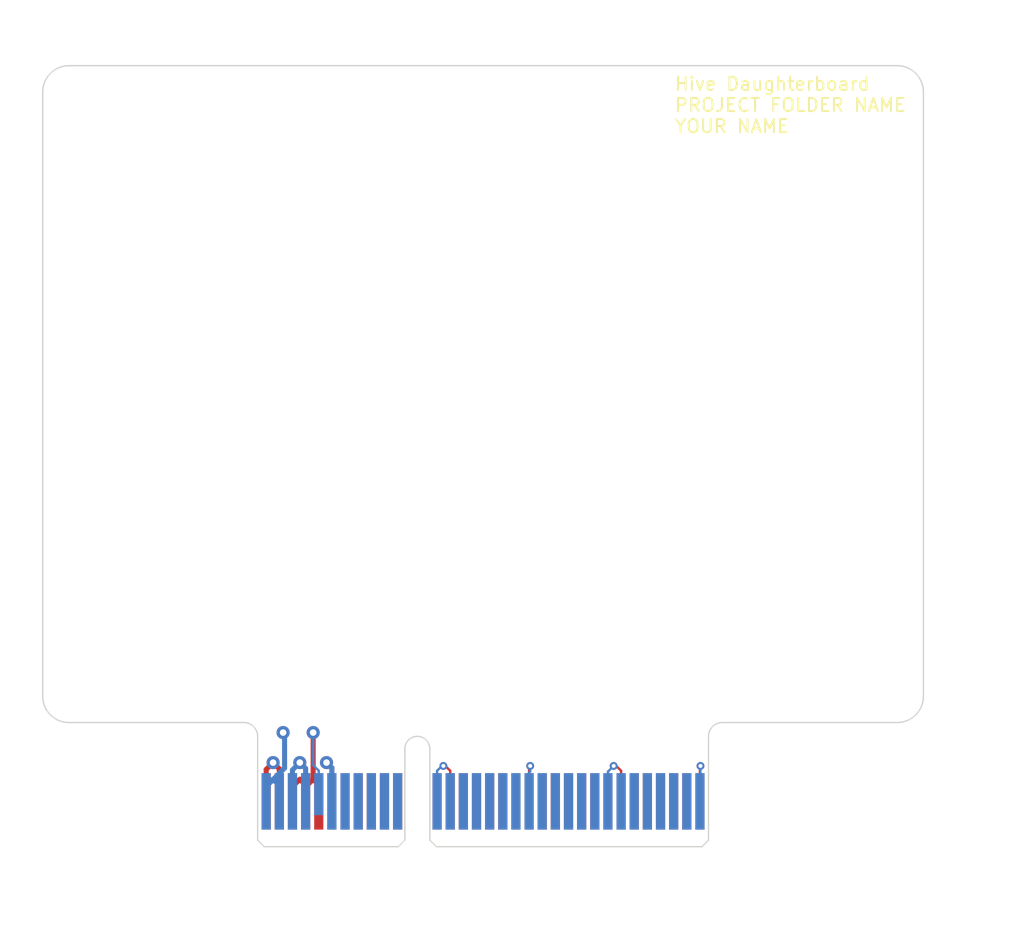
<source format=kicad_pcb>
(kicad_pcb (version 20171130) (host pcbnew "(5.1.5)-3")

  (general
    (thickness 1.6)
    (drawings 46)
    (tracks 62)
    (zones 0)
    (modules 1)
    (nets 48)
  )

  (page A4)
  (layers
    (0 F.Cu signal)
    (1 GND.Cu signal)
    (2 PWR_SIG.Cu signal)
    (31 B.Cu signal)
    (32 B.Adhes user)
    (33 F.Adhes user)
    (34 B.Paste user)
    (35 F.Paste user)
    (36 B.SilkS user)
    (37 F.SilkS user)
    (38 B.Mask user)
    (39 F.Mask user)
    (40 Dwgs.User user)
    (41 Cmts.User user)
    (42 Eco1.User user)
    (43 Eco2.User user)
    (44 Edge.Cuts user)
    (45 Margin user)
    (46 B.CrtYd user)
    (47 F.CrtYd user)
    (48 B.Fab user)
    (49 F.Fab user)
  )

  (setup
    (last_trace_width 0.25)
    (user_trace_width 0.18)
    (user_trace_width 0.386)
    (trace_clearance 0.2)
    (zone_clearance 0.25)
    (zone_45_only no)
    (trace_min 0.152)
    (via_size 0.8)
    (via_drill 0.3)
    (via_min_size 0.4)
    (via_min_drill 0.3)
    (user_via 0.6 0.3)
    (user_via 1 0.5)
    (uvia_size 0.4)
    (uvia_drill 0.3)
    (uvias_allowed no)
    (uvia_min_size 0.4)
    (uvia_min_drill 0.1)
    (edge_width 0.05)
    (segment_width 0.2)
    (pcb_text_width 0.3)
    (pcb_text_size 1.5 1.5)
    (mod_edge_width 0.12)
    (mod_text_size 1 1)
    (mod_text_width 0.15)
    (pad_size 1.524 1.524)
    (pad_drill 0.762)
    (pad_to_mask_clearance 0.051)
    (solder_mask_min_width 0.25)
    (aux_axis_origin 0 0)
    (grid_origin 115 127)
    (visible_elements 7FFFFFFF)
    (pcbplotparams
      (layerselection 0x010fc_ffffffff)
      (usegerberextensions false)
      (usegerberattributes false)
      (usegerberadvancedattributes false)
      (creategerberjobfile false)
      (excludeedgelayer true)
      (linewidth 0.100000)
      (plotframeref false)
      (viasonmask false)
      (mode 1)
      (useauxorigin false)
      (hpglpennumber 1)
      (hpglpenspeed 20)
      (hpglpendiameter 15.000000)
      (psnegative false)
      (psa4output false)
      (plotreference true)
      (plotvalue true)
      (plotinvisibletext false)
      (padsonsilk false)
      (subtractmaskfromsilk false)
      (outputformat 1)
      (mirror false)
      (drillshape 1)
      (scaleselection 1)
      (outputdirectory ""))
  )

  (net 0 "")
  (net 1 GND)
  (net 2 "/Target 2/UART_RxD2")
  (net 3 "/Target 2/UART_TxD2")
  (net 4 "/Target 2/GPIO2.3")
  (net 5 "/Target 2/GPIO2.2")
  (net 6 "/Target 2/GPIO2.1")
  (net 7 "/Target 2/GPIO2.0")
  (net 8 "/Target 2/TMS|SWDIO_2")
  (net 9 "/Target 2/TCK|SWDCLK_2")
  (net 10 "/Target 2/TDO|SWO_2")
  (net 11 "/Target 2/TDI|NC_2")
  (net 12 "/Target 2/RST_2")
  (net 13 "/Target 3/RST_3")
  (net 14 "/Target 3/TDI|NC_3")
  (net 15 "/Target 3/TDO|SWO_3")
  (net 16 "/Target 3/TCK|SWDCLK_3")
  (net 17 "/Target 3/TMS|SWDIO_3")
  (net 18 "/Target 3/GPIO3.0")
  (net 19 "/Target 3/GPIO3.1")
  (net 20 "/Target 3/GPIO3.2")
  (net 21 "/Target 3/GPIO3.3")
  (net 22 "/Target 3/UART_TxD3")
  (net 23 "/Target 3/UART_RxD3")
  (net 24 "/Target 1/GPIO1.2")
  (net 25 "/Target 1/GPIO1.1")
  (net 26 "/Target 1/TMS|SWDIO_1")
  (net 27 "/Target 1/TCK|SWDCLK_1")
  (net 28 "/Target 1/TDO|SWO_1")
  (net 29 "/Target 1/TDI|NC_1")
  (net 30 "/Target 1/RST_1")
  (net 31 "/Target 1/GPIO1.0")
  (net 32 "/Target 0/TCK|SWDCLK_0")
  (net 33 "/Target 0/TMS|SWDIO_0")
  (net 34 "/Target 0/GPIO0.1")
  (net 35 "/Target 0/GPIO0.2")
  (net 36 "/Target 0/GPIO0.3")
  (net 37 "/Target 0/UART_TxD0")
  (net 38 "/Target 0/UART_RxD0")
  (net 39 "/Target 0/GPIO0.0")
  (net 40 "/Target 0/TDO|SWO_0")
  (net 41 "/Target 0/TDI|NC_0")
  (net 42 "/Target 0/RST_0")
  (net 43 +3V3)
  (net 44 +5V)
  (net 45 "/Target 1/GPIO1.3")
  (net 46 "/Target 1/UART_TxD1")
  (net 47 "/Target 1/UART_RxD1")

  (net_class Default "This is the default net class."
    (clearance 0.2)
    (trace_width 0.25)
    (via_dia 0.8)
    (via_drill 0.3)
    (uvia_dia 0.4)
    (uvia_drill 0.3)
  )

  (net_class Power ""
    (clearance 0.3)
    (trace_width 0.386)
    (via_dia 1)
    (via_drill 0.5)
    (uvia_dia 0.4)
    (uvia_drill 0.3)
    (diff_pair_width 0.386)
    (diff_pair_gap 0.25)
  )

  (net_class Signal ""
    (clearance 0.18)
    (trace_width 0.18)
    (via_dia 0.6)
    (via_drill 0.3)
    (uvia_dia 0.4)
    (uvia_drill 0.3)
    (diff_pair_width 0.18)
    (diff_pair_gap 0.54)
    (add_net +3V3)
    (add_net +5V)
    (add_net "/Target 0/GPIO0.0")
    (add_net "/Target 0/GPIO0.1")
    (add_net "/Target 0/GPIO0.2")
    (add_net "/Target 0/GPIO0.3")
    (add_net "/Target 0/RST_0")
    (add_net "/Target 0/TCK|SWDCLK_0")
    (add_net "/Target 0/TDI|NC_0")
    (add_net "/Target 0/TDO|SWO_0")
    (add_net "/Target 0/TMS|SWDIO_0")
    (add_net "/Target 0/UART_RxD0")
    (add_net "/Target 0/UART_TxD0")
    (add_net "/Target 1/GPIO1.0")
    (add_net "/Target 1/GPIO1.1")
    (add_net "/Target 1/GPIO1.2")
    (add_net "/Target 1/GPIO1.3")
    (add_net "/Target 1/RST_1")
    (add_net "/Target 1/TCK|SWDCLK_1")
    (add_net "/Target 1/TDI|NC_1")
    (add_net "/Target 1/TDO|SWO_1")
    (add_net "/Target 1/TMS|SWDIO_1")
    (add_net "/Target 1/UART_RxD1")
    (add_net "/Target 1/UART_TxD1")
    (add_net "/Target 2/GPIO2.0")
    (add_net "/Target 2/GPIO2.1")
    (add_net "/Target 2/GPIO2.2")
    (add_net "/Target 2/GPIO2.3")
    (add_net "/Target 2/RST_2")
    (add_net "/Target 2/TCK|SWDCLK_2")
    (add_net "/Target 2/TDI|NC_2")
    (add_net "/Target 2/TDO|SWO_2")
    (add_net "/Target 2/TMS|SWDIO_2")
    (add_net "/Target 2/UART_RxD2")
    (add_net "/Target 2/UART_TxD2")
    (add_net "/Target 3/GPIO3.0")
    (add_net "/Target 3/GPIO3.1")
    (add_net "/Target 3/GPIO3.2")
    (add_net "/Target 3/GPIO3.3")
    (add_net "/Target 3/RST_3")
    (add_net "/Target 3/TCK|SWDCLK_3")
    (add_net "/Target 3/TDI|NC_3")
    (add_net "/Target 3/TDO|SWO_3")
    (add_net "/Target 3/TMS|SWDIO_3")
    (add_net "/Target 3/UART_RxD3")
    (add_net "/Target 3/UART_TxD3")
    (add_net GND)
  )

  (module hive:PCIexpress_x4_daughterboard (layer F.Cu) (tedit 6166E354) (tstamp 6165B82F)
    (at 132 133)
    (descr "Modified PCIexpress Bus Edge Connector x4")
    (tags PCIe)
    (path /61657129)
    (attr virtual)
    (fp_text reference J1 (at 5 -3.5) (layer F.SilkS) hide
      (effects (font (size 1 1) (thickness 0.15)))
    )
    (fp_text value PCIE-064-Daughterboard (at 16 7) (layer F.Fab)
      (effects (font (size 1 1) (thickness 0.15)))
    )
    (fp_line (start 10.55 2.95) (end 10.05 3.45) (layer B.Fab) (width 0.1))
    (fp_line (start -0.15 3.45) (end 10.05 3.45) (layer B.Fab) (width 0.1))
    (fp_line (start 12.95 3.45) (end 33.15 3.45) (layer B.Fab) (width 0.1))
    (fp_line (start 33.65 2.95) (end 33.15 3.45) (layer B.Fab) (width 0.1))
    (fp_line (start -0.65 2.95) (end -0.15 3.45) (layer B.Fab) (width 0.1))
    (fp_line (start 12.45 2.95) (end 12.95 3.45) (layer B.Fab) (width 0.1))
    (fp_line (start 12.45 -4) (end 12.45 2.95) (layer B.Fab) (width 0.1))
    (fp_line (start 10.55 -4) (end 10.55 2.95) (layer B.Fab) (width 0.1))
    (fp_line (start -0.65 -4.95) (end -0.65 2.95) (layer B.Fab) (width 0.1))
    (fp_line (start 33.65 -4.95) (end 33.65 2.95) (layer B.Fab) (width 0.1))
    (fp_arc (start 11.5 -4) (end 12.45 -4) (angle -180) (layer B.Fab) (width 0.1))
    (fp_line (start 10.55 2.95) (end 10.05 3.45) (layer F.Fab) (width 0.1))
    (fp_line (start -0.15 3.45) (end 10.05 3.45) (layer F.Fab) (width 0.1))
    (fp_line (start 12.95 3.45) (end 33.15 3.45) (layer F.Fab) (width 0.1))
    (fp_line (start 33.65 2.95) (end 33.15 3.45) (layer F.Fab) (width 0.1))
    (fp_line (start -0.65 2.95) (end -0.15 3.45) (layer F.Fab) (width 0.1))
    (fp_line (start 12.45 2.95) (end 12.95 3.45) (layer F.Fab) (width 0.1))
    (fp_line (start 12.45 -4) (end 12.45 2.95) (layer F.Fab) (width 0.1))
    (fp_line (start 10.55 -4) (end 10.55 2.95) (layer F.Fab) (width 0.1))
    (fp_line (start -0.65 -4.95) (end -0.65 2.95) (layer F.Fab) (width 0.1))
    (fp_line (start 33.65 -4.95) (end 33.65 2.95) (layer F.Fab) (width 0.1))
    (fp_arc (start 11.5 -4) (end 12.45 -4) (angle -180) (layer F.Fab) (width 0.1))
    (fp_arc (start 11.5 -4) (end 12.45 -4) (angle -180) (layer Edge.Cuts) (width 0.1))
    (fp_text user "PCB Thickness 1.6 mm" (at 5 2.8 180) (layer Cmts.User)
      (effects (font (size 0.5 0.5) (thickness 0.1)))
    )
    (fp_line (start 33.65 2.95) (end 33.15 3.45) (layer Edge.Cuts) (width 0.1))
    (fp_line (start 12.45 2.95) (end 12.95 3.45) (layer Edge.Cuts) (width 0.1))
    (fp_line (start 10.55 2.95) (end 10.05 3.45) (layer Edge.Cuts) (width 0.1))
    (fp_line (start -0.65 2.95) (end -0.15 3.45) (layer Edge.Cuts) (width 0.1))
    (fp_line (start 12.95 3.45) (end 33.15 3.45) (layer Edge.Cuts) (width 0.1))
    (fp_line (start 33.65 -4.95) (end 33.65 2.95) (layer Edge.Cuts) (width 0.1))
    (fp_line (start -0.15 3.45) (end 10.05 3.45) (layer Edge.Cuts) (width 0.1))
    (fp_line (start -0.65 -4.95) (end -0.65 2.95) (layer Edge.Cuts) (width 0.1))
    (fp_line (start 12.45 -4) (end 12.45 2.95) (layer Edge.Cuts) (width 0.1))
    (fp_line (start 10.55 -4) (end 10.55 2.95) (layer Edge.Cuts) (width 0.1))
    (fp_line (start 34.15 3.95) (end -1.15 3.95) (layer F.CrtYd) (width 0.05))
    (fp_line (start 34.15 3.95) (end 34.15 -5.45) (layer F.CrtYd) (width 0.05))
    (fp_line (start -1.15 -5.45) (end -1.15 3.95) (layer F.CrtYd) (width 0.05))
    (fp_line (start -1.15 -5.45) (end 34.15 -5.45) (layer F.CrtYd) (width 0.05))
    (fp_text user %R (at 16 5) (layer F.Fab)
      (effects (font (size 1 1) (thickness 0.15)))
    )
    (pad A13 connect rect (at 14 0) (size 0.7 4.3) (layers B.Cu B.Mask)
      (net 39 "/Target 0/GPIO0.0"))
    (pad A12 connect rect (at 13 0) (size 0.7 4.3) (layers B.Cu B.Mask)
      (net 1 GND))
    (pad A18 connect rect (at 19 0) (size 0.7 4.3) (layers B.Cu B.Mask)
      (net 38 "/Target 0/UART_RxD0"))
    (pad A17 connect rect (at 18 0) (size 0.7 4.3) (layers B.Cu B.Mask)
      (net 37 "/Target 0/UART_TxD0"))
    (pad A16 connect rect (at 17 0) (size 0.7 4.3) (layers B.Cu B.Mask)
      (net 36 "/Target 0/GPIO0.3"))
    (pad A15 connect rect (at 16 0) (size 0.7 4.3) (layers B.Cu B.Mask)
      (net 35 "/Target 0/GPIO0.2"))
    (pad A14 connect rect (at 15 0) (size 0.7 4.3) (layers B.Cu B.Mask)
      (net 34 "/Target 0/GPIO0.1"))
    (pad A11 connect rect (at 10 0) (size 0.7 4.3) (layers B.Cu B.Mask)
      (net 33 "/Target 0/TMS|SWDIO_0"))
    (pad A10 connect rect (at 9 0) (size 0.7 4.3) (layers B.Cu B.Mask)
      (net 32 "/Target 0/TCK|SWDCLK_0"))
    (pad A09 connect rect (at 8 0) (size 0.7 4.3) (layers B.Cu B.Mask)
      (net 40 "/Target 0/TDO|SWO_0"))
    (pad A08 connect rect (at 7 0) (size 0.7 4.3) (layers B.Cu B.Mask)
      (net 41 "/Target 0/TDI|NC_0"))
    (pad A07 connect rect (at 6 0) (size 0.7 4.3) (layers B.Cu B.Mask)
      (net 42 "/Target 0/RST_0"))
    (pad A06 connect rect (at 5 0) (size 0.7 4.3) (layers B.Cu B.Mask)
      (net 1 GND))
    (pad A05 connect rect (at 4 -0.55) (size 0.7 3.2) (layers B.Cu B.Mask)
      (net 43 +3V3))
    (pad A04 connect rect (at 3 0) (size 0.7 4.3) (layers B.Cu B.Mask)
      (net 1 GND))
    (pad A03 connect rect (at 2 0) (size 0.7 4.3) (layers B.Cu B.Mask)
      (net 1 GND))
    (pad A02 connect rect (at 1 0) (size 0.7 4.3) (layers B.Cu B.Mask)
      (net 44 +5V))
    (pad A01 connect rect (at 0 0) (size 0.7 4.3) (layers B.Cu B.Mask)
      (net 44 +5V))
    (pad B13 connect rect (at 14 0) (size 0.7 4.3) (layers F.Cu F.Mask)
      (net 1 GND))
    (pad B12 connect rect (at 13 0) (size 0.7 4.3) (layers F.Cu F.Mask)
      (net 31 "/Target 1/GPIO1.0"))
    (pad B18 connect rect (at 19 0) (size 0.7 4.3) (layers F.Cu F.Mask)
      (net 30 "/Target 1/RST_1"))
    (pad B17 connect rect (at 18 0) (size 0.7 4.3) (layers F.Cu F.Mask)
      (net 29 "/Target 1/TDI|NC_1"))
    (pad B16 connect rect (at 17 0) (size 0.7 4.3) (layers F.Cu F.Mask)
      (net 28 "/Target 1/TDO|SWO_1"))
    (pad B15 connect rect (at 16 0) (size 0.7 4.3) (layers F.Cu F.Mask)
      (net 27 "/Target 1/TCK|SWDCLK_1"))
    (pad B14 connect rect (at 15 0) (size 0.7 4.3) (layers F.Cu F.Mask)
      (net 26 "/Target 1/TMS|SWDIO_1"))
    (pad B11 connect rect (at 10 0) (size 0.7 4.3) (layers F.Cu F.Mask)
      (net 25 "/Target 1/GPIO1.1"))
    (pad B10 connect rect (at 9 0) (size 0.7 4.3) (layers F.Cu F.Mask)
      (net 24 "/Target 1/GPIO1.2"))
    (pad B09 connect rect (at 8 0) (size 0.7 4.3) (layers F.Cu F.Mask)
      (net 45 "/Target 1/GPIO1.3"))
    (pad B08 connect rect (at 7 0) (size 0.7 4.3) (layers F.Cu F.Mask)
      (net 46 "/Target 1/UART_TxD1"))
    (pad B07 connect rect (at 6 0) (size 0.7 4.3) (layers F.Cu F.Mask)
      (net 47 "/Target 1/UART_RxD1"))
    (pad B06 connect rect (at 5 0) (size 0.7 4.3) (layers F.Cu F.Mask)
      (net 1 GND))
    (pad B05 connect rect (at 4 0) (size 0.7 4.3) (layers F.Cu F.Mask)
      (net 43 +3V3))
    (pad B04 connect rect (at 3 0) (size 0.7 4.3) (layers F.Cu F.Mask)
      (net 43 +3V3))
    (pad B03 connect rect (at 2 0) (size 0.7 4.3) (layers F.Cu F.Mask)
      (net 43 +3V3))
    (pad B02 connect rect (at 1 0) (size 0.7 4.3) (layers F.Cu F.Mask)
      (net 1 GND))
    (pad B01 connect rect (at 0 0) (size 0.7 4.3) (layers F.Cu F.Mask)
      (net 1 GND))
    (pad B19 connect rect (at 20 0) (size 0.7 4.3) (layers F.Cu F.Mask)
      (net 1 GND))
    (pad B20 connect rect (at 21 0) (size 0.7 4.3) (layers F.Cu F.Mask)
      (net 23 "/Target 3/UART_RxD3"))
    (pad B21 connect rect (at 22 0) (size 0.7 4.3) (layers F.Cu F.Mask)
      (net 22 "/Target 3/UART_TxD3"))
    (pad B22 connect rect (at 23 0) (size 0.7 4.3) (layers F.Cu F.Mask)
      (net 21 "/Target 3/GPIO3.3"))
    (pad B23 connect rect (at 24 0) (size 0.7 4.3) (layers F.Cu F.Mask)
      (net 20 "/Target 3/GPIO3.2"))
    (pad B24 connect rect (at 25 0) (size 0.7 4.3) (layers F.Cu F.Mask)
      (net 19 "/Target 3/GPIO3.1"))
    (pad B25 connect rect (at 26 0) (size 0.7 4.3) (layers F.Cu F.Mask)
      (net 18 "/Target 3/GPIO3.0"))
    (pad B26 connect rect (at 27 0) (size 0.7 4.3) (layers F.Cu F.Mask)
      (net 1 GND))
    (pad B27 connect rect (at 28 0) (size 0.7 4.3) (layers F.Cu F.Mask)
      (net 17 "/Target 3/TMS|SWDIO_3"))
    (pad B28 connect rect (at 29 0) (size 0.7 4.3) (layers F.Cu F.Mask)
      (net 16 "/Target 3/TCK|SWDCLK_3"))
    (pad B29 connect rect (at 30 0) (size 0.7 4.3) (layers F.Cu F.Mask)
      (net 15 "/Target 3/TDO|SWO_3"))
    (pad B30 connect rect (at 31 0) (size 0.7 4.3) (layers F.Cu F.Mask)
      (net 14 "/Target 3/TDI|NC_3"))
    (pad B31 connect rect (at 32 0) (size 0.7 4.3) (layers F.Cu F.Mask)
      (net 13 "/Target 3/RST_3"))
    (pad B32 connect rect (at 33 0) (size 0.7 4.3) (layers F.Cu F.Mask)
      (net 1 GND))
    (pad A19 connect rect (at 20 0) (size 0.7 4.3) (layers B.Cu B.Mask)
      (net 1 GND))
    (pad A20 connect rect (at 21 0) (size 0.7 4.3) (layers B.Cu B.Mask)
      (net 12 "/Target 2/RST_2"))
    (pad A21 connect rect (at 22 0) (size 0.7 4.3) (layers B.Cu B.Mask)
      (net 11 "/Target 2/TDI|NC_2"))
    (pad A22 connect rect (at 23 0) (size 0.7 4.3) (layers B.Cu B.Mask)
      (net 10 "/Target 2/TDO|SWO_2"))
    (pad A23 connect rect (at 24 0) (size 0.7 4.3) (layers B.Cu B.Mask)
      (net 9 "/Target 2/TCK|SWDCLK_2"))
    (pad A24 connect rect (at 25 0) (size 0.7 4.3) (layers B.Cu B.Mask)
      (net 8 "/Target 2/TMS|SWDIO_2"))
    (pad A25 connect rect (at 26 0) (size 0.7 4.3) (layers B.Cu B.Mask)
      (net 1 GND))
    (pad A26 connect rect (at 27 0) (size 0.7 4.3) (layers B.Cu B.Mask)
      (net 7 "/Target 2/GPIO2.0"))
    (pad A27 connect rect (at 28 0) (size 0.7 4.3) (layers B.Cu B.Mask)
      (net 6 "/Target 2/GPIO2.1"))
    (pad A28 connect rect (at 29 0) (size 0.7 4.3) (layers B.Cu B.Mask)
      (net 5 "/Target 2/GPIO2.2"))
    (pad A29 connect rect (at 30 0) (size 0.7 4.3) (layers B.Cu B.Mask)
      (net 4 "/Target 2/GPIO2.3"))
    (pad A30 connect rect (at 31 0) (size 0.7 4.3) (layers B.Cu B.Mask)
      (net 3 "/Target 2/UART_TxD2"))
    (pad A31 connect rect (at 32 0) (size 0.7 4.3) (layers B.Cu B.Mask)
      (net 2 "/Target 2/UART_RxD2"))
    (pad A32 connect rect (at 33 0) (size 0.7 4.3) (layers B.Cu B.Mask)
      (net 1 GND))
  )

  (dimension 16.35 (width 0.15) (layer F.Fab)
    (gr_text "16.350 mm" (at 123.175 131.6) (layer F.Fab)
      (effects (font (size 1 1) (thickness 0.15)))
    )
    (feature1 (pts (xy 115 128) (xy 115 130.886421)))
    (feature2 (pts (xy 131.35 128) (xy 131.35 130.886421)))
    (crossbar (pts (xy 131.35 130.3) (xy 115 130.3)))
    (arrow1a (pts (xy 115 130.3) (xy 116.126504 129.713579)))
    (arrow1b (pts (xy 115 130.3) (xy 116.126504 130.886421)))
    (arrow2a (pts (xy 131.35 130.3) (xy 130.223496 129.713579)))
    (arrow2b (pts (xy 131.35 130.3) (xy 130.223496 130.886421)))
  )
  (dimension 16.35 (width 0.15) (layer F.Fab)
    (gr_text "16.350 mm" (at 173.825 131.6) (layer F.Fab)
      (effects (font (size 1 1) (thickness 0.15)))
    )
    (feature1 (pts (xy 182 128) (xy 182 130.886421)))
    (feature2 (pts (xy 165.65 128) (xy 165.65 130.886421)))
    (crossbar (pts (xy 165.65 130.3) (xy 182 130.3)))
    (arrow1a (pts (xy 182 130.3) (xy 180.873496 130.886421)))
    (arrow1b (pts (xy 182 130.3) (xy 180.873496 129.713579)))
    (arrow2a (pts (xy 165.65 130.3) (xy 166.776504 130.886421)))
    (arrow2b (pts (xy 165.65 130.3) (xy 166.776504 129.713579)))
  )
  (dimension 67 (width 0.15) (layer F.Fab)
    (gr_text "67.000 mm" (at 148.5 72.700001) (layer F.Fab)
      (effects (font (size 1 1) (thickness 0.15)))
    )
    (feature1 (pts (xy 115 79) (xy 115 73.41358)))
    (feature2 (pts (xy 182 79) (xy 182 73.41358)))
    (crossbar (pts (xy 182 74.000001) (xy 115 74.000001)))
    (arrow1a (pts (xy 115 74.000001) (xy 116.126504 73.41358)))
    (arrow1b (pts (xy 115 74.000001) (xy 116.126504 74.586422)))
    (arrow2a (pts (xy 182 74.000001) (xy 180.873496 73.41358)))
    (arrow2b (pts (xy 182 74.000001) (xy 180.873496 74.586422)))
  )
  (dimension 50 (width 0.15) (layer F.Fab)
    (gr_text "50.000 mm" (at 188.3 102 90) (layer F.Fab)
      (effects (font (size 1 1) (thickness 0.15)))
    )
    (feature1 (pts (xy 180 77) (xy 187.586421 77)))
    (feature2 (pts (xy 180 127) (xy 187.586421 127)))
    (crossbar (pts (xy 187 127) (xy 187 77)))
    (arrow1a (pts (xy 187 77) (xy 187.586421 78.126504)))
    (arrow1b (pts (xy 187 77) (xy 186.413579 78.126504)))
    (arrow2a (pts (xy 187 127) (xy 187.586421 125.873496)))
    (arrow2b (pts (xy 187 127) (xy 186.413579 125.873496)))
  )
  (dimension 9.4 (width 0.15) (layer F.Fab)
    (gr_text "9.400 mm" (at 160.4 131.75 90) (layer F.Fab)
      (effects (font (size 1 1) (thickness 0.15)))
    )
    (feature1 (pts (xy 165 127.05) (xy 162.113579 127.05)))
    (feature2 (pts (xy 165 136.45) (xy 162.113579 136.45)))
    (crossbar (pts (xy 162.7 136.45) (xy 162.7 127.05)))
    (arrow1a (pts (xy 162.7 127.05) (xy 163.286421 128.176504)))
    (arrow1b (pts (xy 162.7 127.05) (xy 162.113579 128.176504)))
    (arrow2a (pts (xy 162.7 136.45) (xy 163.286421 135.323496)))
    (arrow2b (pts (xy 162.7 136.45) (xy 162.113579 135.323496)))
  )
  (gr_line (start 182 125) (end 182 79) (layer B.Fab) (width 0.1) (tstamp 616720B6))
  (gr_arc (start 117 125) (end 115 125) (angle -90) (layer B.Fab) (width 0.1) (tstamp 616720B5))
  (gr_arc (start 180 125) (end 180 127) (angle -90) (layer B.Fab) (width 0.1) (tstamp 616720B4))
  (gr_line (start 130.3 127) (end 117 127) (layer B.Fab) (width 0.1) (tstamp 616720B3))
  (gr_line (start 166.7 127) (end 180 127) (layer B.Fab) (width 0.1) (tstamp 616720B2))
  (gr_arc (start 117 79) (end 117 77) (angle -90) (layer B.Fab) (width 0.1) (tstamp 616720B1))
  (gr_line (start 117 77) (end 180 77) (layer B.Fab) (width 0.1) (tstamp 616720B0))
  (gr_arc (start 166.7 128.05) (end 166.7 127) (angle -90) (layer B.Fab) (width 0.1) (tstamp 616720AF))
  (gr_arc (start 180 79) (end 182 79) (angle -90) (layer B.Fab) (width 0.1) (tstamp 616720AE))
  (gr_line (start 115 125) (end 115 79) (layer B.Fab) (width 0.1) (tstamp 616720AD))
  (gr_arc (start 130.3 128.05) (end 131.35 128.05) (angle -90) (layer B.Fab) (width 0.1) (tstamp 616720AC))
  (gr_line (start 182 125) (end 182 79) (layer F.Fab) (width 0.1) (tstamp 616720B6))
  (gr_arc (start 117 125) (end 115 125) (angle -90) (layer F.Fab) (width 0.1) (tstamp 616720B5))
  (gr_arc (start 180 125) (end 180 127) (angle -90) (layer F.Fab) (width 0.1) (tstamp 616720B4))
  (gr_line (start 130.3 127) (end 117 127) (layer F.Fab) (width 0.1) (tstamp 616720B3))
  (gr_line (start 166.7 127) (end 180 127) (layer F.Fab) (width 0.1) (tstamp 616720B2))
  (gr_arc (start 117 79) (end 117 77) (angle -90) (layer F.Fab) (width 0.1) (tstamp 616720B1))
  (gr_line (start 117 77) (end 180 77) (layer F.Fab) (width 0.1) (tstamp 616720B0))
  (gr_arc (start 166.7 128.05) (end 166.7 127) (angle -90) (layer F.Fab) (width 0.1) (tstamp 616720AF))
  (gr_arc (start 180 79) (end 182 79) (angle -90) (layer F.Fab) (width 0.1) (tstamp 616720AE))
  (gr_line (start 115 125) (end 115 79) (layer F.Fab) (width 0.1) (tstamp 616720AD))
  (gr_arc (start 130.3 128.05) (end 131.35 128.05) (angle -90) (layer F.Fab) (width 0.1) (tstamp 616720AC))
  (gr_text "Hive Daughterboard\nPROJECT FOLDER NAME\nYOUR NAME" (at 163 80) (layer F.SilkS) (tstamp 6166DFD4)
    (effects (font (size 1 1) (thickness 0.15)) (justify left))
  )
  (gr_line (start 112 128) (end 112 107) (layer Cmts.User) (width 0.5) (tstamp 61672087))
  (gr_line (start 185 107) (end 185 128) (layer Cmts.User) (width 0.5) (tstamp 61672086))
  (gr_text "Outlined zone has a height clearance of max. 3mm on B.Cu Layer\nand max. 8mm on F.Cu layer" (at 149 115) (layer Cmts.User) (tstamp 6167207D)
    (effects (font (size 1 1) (thickness 0.15)))
  )
  (gr_line (start 112 107) (end 185 107) (layer Cmts.User) (width 0.5))
  (gr_line (start 185 128) (end 112 128) (layer Cmts.User) (width 0.5))
  (gr_text "Do not place any components inside the filled zone!\nZone will be obscured by PCI connection" (at 148 141) (layer Cmts.User)
    (effects (font (size 1 1) (thickness 0.15)))
  )
  (gr_poly (pts (xy 167 138) (xy 130 138) (xy 130 126) (xy 167 126)) (layer Cmts.User) (width 0.1))
  (gr_line (start 117 77) (end 180 77) (layer Edge.Cuts) (width 0.1) (tstamp 61671C1C))
  (gr_arc (start 180 79) (end 182 79) (angle -90) (layer Edge.Cuts) (width 0.1) (tstamp 61671C13))
  (gr_line (start 182 125) (end 182 79) (layer Edge.Cuts) (width 0.1) (tstamp 61671C12))
  (gr_arc (start 117 79) (end 117 77) (angle -90) (layer Edge.Cuts) (width 0.1) (tstamp 61671C0C))
  (gr_line (start 115 125) (end 115 79) (layer Edge.Cuts) (width 0.1))
  (gr_line (start 166.7 127) (end 180 127) (layer Edge.Cuts) (width 0.1) (tstamp 61671C01))
  (gr_line (start 130.3 127) (end 117 127) (layer Edge.Cuts) (width 0.1) (tstamp 61671BFE))
  (gr_arc (start 180 125) (end 180 127) (angle -90) (layer Edge.Cuts) (width 0.1) (tstamp 61671BEC))
  (gr_arc (start 117 125) (end 115 125) (angle -90) (layer Edge.Cuts) (width 0.1))
  (gr_arc (start 166.7 128.05) (end 166.7 127) (angle -90) (layer Edge.Cuts) (width 0.1) (tstamp 61671BD9))
  (gr_arc (start 130.3 128.05) (end 131.35 128.05) (angle -90) (layer Edge.Cuts) (width 0.1))

  (via (at 132.526 130.048) (size 1) (drill 0.5) (layers F.Cu B.Cu) (net 1))
  (segment (start 132 133) (end 132 130.574) (width 0.386) (layer F.Cu) (net 1))
  (segment (start 132 130.574) (end 132.526 130.048) (width 0.386) (layer F.Cu) (net 1))
  (segment (start 133 130.522) (end 132.526 130.048) (width 0.386) (layer F.Cu) (net 1))
  (segment (start 133 133) (end 133 130.522) (width 0.386) (layer F.Cu) (net 1))
  (segment (start 137 133) (end 137 130.458) (width 0.386) (layer F.Cu) (net 1))
  (via (at 136.59 130.048) (size 1) (drill 0.5) (layers F.Cu B.Cu) (net 1))
  (segment (start 137 130.458) (end 136.59 130.048) (width 0.386) (layer F.Cu) (net 1))
  (via (at 134.558 130.048) (size 1) (drill 0.5) (layers F.Cu B.Cu) (net 1))
  (segment (start 134 133) (end 134 130.606) (width 0.386) (layer B.Cu) (net 1))
  (segment (start 134 130.606) (end 134.558 130.048) (width 0.386) (layer B.Cu) (net 1))
  (segment (start 135 130.49) (end 134.558 130.048) (width 0.386) (layer B.Cu) (net 1))
  (segment (start 135 133) (end 135 130.49) (width 0.386) (layer B.Cu) (net 1))
  (via (at 145.479986 130.302) (size 0.6) (drill 0.3) (layers F.Cu B.Cu) (net 1))
  (segment (start 146 130.67) (end 145.632 130.302) (width 0.18) (layer F.Cu) (net 1))
  (segment (start 145.632 130.302) (end 145.479986 130.302) (width 0.18) (layer F.Cu) (net 1))
  (segment (start 146 133) (end 146 130.67) (width 0.18) (layer F.Cu) (net 1))
  (segment (start 145.368 130.302) (end 145.479986 130.302) (width 0.18) (layer B.Cu) (net 1))
  (segment (start 145 130.67) (end 145.368 130.302) (width 0.18) (layer B.Cu) (net 1))
  (segment (start 145 133) (end 145 130.67) (width 0.18) (layer B.Cu) (net 1))
  (via (at 152.084 130.302) (size 0.6) (drill 0.3) (layers F.Cu B.Cu) (net 1))
  (segment (start 152 133) (end 152 130.386) (width 0.18) (layer F.Cu) (net 1))
  (segment (start 152 130.386) (end 152.084 130.302) (width 0.18) (layer F.Cu) (net 1))
  (segment (start 152 130.810264) (end 152 133) (width 0.18) (layer B.Cu) (net 1))
  (segment (start 152.084 130.726264) (end 152 130.810264) (width 0.18) (layer B.Cu) (net 1))
  (segment (start 152.084 130.302) (end 152.084 130.726264) (width 0.18) (layer B.Cu) (net 1))
  (via (at 158.434 130.302) (size 0.6) (drill 0.3) (layers F.Cu B.Cu) (net 1))
  (segment (start 158.632 130.302) (end 158.434 130.302) (width 0.18) (layer F.Cu) (net 1))
  (segment (start 159 133) (end 159 130.67) (width 0.18) (layer F.Cu) (net 1))
  (segment (start 159 130.67) (end 158.632 130.302) (width 0.18) (layer F.Cu) (net 1))
  (segment (start 158 130.736) (end 158 133) (width 0.18) (layer B.Cu) (net 1))
  (segment (start 158.434 130.302) (end 158 130.736) (width 0.18) (layer B.Cu) (net 1))
  (via (at 165.038 130.302) (size 0.6) (drill 0.3) (layers F.Cu B.Cu) (net 1))
  (segment (start 165 133) (end 165 130.34) (width 0.18) (layer F.Cu) (net 1))
  (segment (start 165 130.34) (end 165.038 130.302) (width 0.18) (layer F.Cu) (net 1))
  (segment (start 165.038 132.962) (end 165 133) (width 0.18) (layer B.Cu) (net 1))
  (segment (start 165.038 130.302) (end 165.038 132.962) (width 0.18) (layer B.Cu) (net 1))
  (segment (start 137 130.458) (end 136.59 130.048) (width 0.386) (layer B.Cu) (net 1))
  (segment (start 137 133) (end 137 130.458) (width 0.386) (layer B.Cu) (net 1))
  (segment (start 134 133) (end 134 131.876) (width 0.386) (layer F.Cu) (net 43))
  (segment (start 134 131.876) (end 134.558 131.318) (width 0.386) (layer F.Cu) (net 43))
  (segment (start 135 131.76) (end 135 133) (width 0.386) (layer F.Cu) (net 43))
  (segment (start 134.558 131.318) (end 135 131.76) (width 0.386) (layer F.Cu) (net 43))
  (segment (start 136 133) (end 136 131.744) (width 0.386) (layer F.Cu) (net 43))
  (segment (start 136 131.744) (end 135.574 131.318) (width 0.386) (layer F.Cu) (net 43))
  (segment (start 135 131.892) (end 135 133) (width 0.386) (layer F.Cu) (net 43))
  (segment (start 135.574 131.318) (end 135 131.892) (width 0.386) (layer F.Cu) (net 43))
  (via (at 135.574 127.761976) (size 1) (drill 0.5) (layers F.Cu B.Cu) (net 43))
  (segment (start 135.574 131.318) (end 135.574 127.761976) (width 0.386) (layer F.Cu) (net 43))
  (segment (start 135.574 128.469082) (end 135.574 127.761976) (width 0.18) (layer B.Cu) (net 43))
  (segment (start 135.574 130.244) (end 135.574 128.469082) (width 0.18) (layer B.Cu) (net 43))
  (segment (start 136 130.67) (end 135.574 130.244) (width 0.18) (layer B.Cu) (net 43))
  (segment (start 136 132.45) (end 136 130.67) (width 0.18) (layer B.Cu) (net 43))
  (segment (start 132 133) (end 132 131.844) (width 0.386) (layer B.Cu) (net 44))
  (segment (start 132 131.844) (end 132.526 131.318) (width 0.386) (layer B.Cu) (net 44))
  (segment (start 133 131.792) (end 133 133) (width 0.386) (layer B.Cu) (net 44))
  (segment (start 132.526 131.318) (end 133 131.792) (width 0.386) (layer B.Cu) (net 44))
  (segment (start 133.399001 130.467041) (end 133.399001 127.873001) (width 0.386) (layer B.Cu) (net 44))
  (segment (start 133.399001 127.873001) (end 133.288 127.762) (width 0.386) (layer B.Cu) (net 44))
  (segment (start 132 133) (end 132 131.866042) (width 0.386) (layer B.Cu) (net 44))
  (via (at 133.288 127.762) (size 1) (drill 0.5) (layers F.Cu B.Cu) (net 44))
  (segment (start 132 131.866042) (end 133.399001 130.467041) (width 0.386) (layer B.Cu) (net 44))

  (zone (net 1) (net_name GND) (layer GND.Cu) (tstamp 61673540) (hatch edge 0.508)
    (connect_pads (clearance 0.2))
    (min_thickness 0.18)
    (fill yes (arc_segments 32) (thermal_gap 0.508) (thermal_bridge_width 0.508))
    (polygon
      (pts
        (xy 183 138) (xy 114 138) (xy 114 76) (xy 183 76)
      )
    )
    (filled_polygon
      (pts
        (xy 180.322109 77.373213) (xy 180.631957 77.466762) (xy 180.917728 77.61871) (xy 181.168543 77.823269) (xy 181.374848 78.072648)
        (xy 181.528789 78.357356) (xy 181.624498 78.666541) (xy 181.660001 79.004328) (xy 181.66 124.983374) (xy 181.626786 125.32211)
        (xy 181.533238 125.631959) (xy 181.38129 125.917728) (xy 181.176731 126.168543) (xy 180.927349 126.37485) (xy 180.642644 126.528789)
        (xy 180.333457 126.624498) (xy 179.995682 126.66) (xy 166.683299 126.66) (xy 166.668369 126.661471) (xy 166.661856 126.661425)
        (xy 166.657132 126.661888) (xy 166.453329 126.683308) (xy 166.423145 126.689504) (xy 166.392871 126.695279) (xy 166.388327 126.696651)
        (xy 166.192568 126.75725) (xy 166.164195 126.769177) (xy 166.135589 126.780734) (xy 166.131397 126.782963) (xy 165.951135 126.88043)
        (xy 165.925584 126.897664) (xy 165.899801 126.914536) (xy 165.89613 126.917531) (xy 165.896123 126.917536) (xy 165.896117 126.917542)
        (xy 165.738227 127.04816) (xy 165.716492 127.070047) (xy 165.694495 127.091587) (xy 165.691475 127.095238) (xy 165.691469 127.095244)
        (xy 165.691465 127.095251) (xy 165.561952 127.254049) (xy 165.544884 127.279738) (xy 165.527489 127.305143) (xy 165.525231 127.309318)
        (xy 165.429025 127.490256) (xy 165.41728 127.51875) (xy 165.405142 127.54707) (xy 165.403738 127.551605) (xy 165.344509 127.747783)
        (xy 165.338522 127.778017) (xy 165.332116 127.808155) (xy 165.331621 127.812863) (xy 165.331619 127.812875) (xy 165.331619 127.812886)
        (xy 165.311623 128.016822) (xy 165.31 128.0333) (xy 165.310001 135.809167) (xy 165.009169 136.11) (xy 145.090832 136.11)
        (xy 144.79 135.809169) (xy 144.79 128.983299) (xy 144.788284 128.965877) (xy 144.788284 128.953558) (xy 144.787788 128.948836)
        (xy 144.767121 128.764585) (xy 144.760709 128.734418) (xy 144.754729 128.704215) (xy 144.753325 128.69968) (xy 144.753325 128.699678)
        (xy 144.753323 128.699672) (xy 144.697264 128.52295) (xy 144.685131 128.494641) (xy 144.673381 128.466134) (xy 144.671123 128.461959)
        (xy 144.581802 128.299485) (xy 144.56438 128.274041) (xy 144.547338 128.24839) (xy 144.544312 128.244732) (xy 144.425134 128.102702)
        (xy 144.403107 128.081131) (xy 144.381404 128.059276) (xy 144.377731 128.056281) (xy 144.377725 128.056275) (xy 144.377718 128.056271)
        (xy 144.23323 127.940099) (xy 144.207426 127.923213) (xy 144.181898 127.905994) (xy 144.177714 127.903769) (xy 144.177706 127.903764)
        (xy 144.177698 127.903761) (xy 144.013397 127.817866) (xy 143.984822 127.806321) (xy 143.956416 127.79438) (xy 143.951875 127.793009)
        (xy 143.951869 127.793007) (xy 143.774008 127.74066) (xy 143.743731 127.734884) (xy 143.713552 127.728689) (xy 143.708827 127.728226)
        (xy 143.524183 127.711422) (xy 143.493334 127.711637) (xy 143.462552 127.711422) (xy 143.457838 127.711885) (xy 143.457828 127.711885)
        (xy 143.457819 127.711887) (xy 143.273435 127.731267) (xy 143.243241 127.737465) (xy 143.212981 127.743237) (xy 143.208443 127.744607)
        (xy 143.208434 127.744609) (xy 143.208426 127.744613) (xy 143.03132 127.799435) (xy 143.002902 127.811381) (xy 142.974339 127.822921)
        (xy 142.970148 127.825149) (xy 142.807055 127.913333) (xy 142.781493 127.930575) (xy 142.755721 127.94744) (xy 142.752042 127.95044)
        (xy 142.609183 128.068624) (xy 142.587463 128.090496) (xy 142.565453 128.11205) (xy 142.562427 128.115708) (xy 142.445244 128.259388)
        (xy 142.428188 128.285059) (xy 142.410781 128.310481) (xy 142.408523 128.314657) (xy 142.321479 128.478362) (xy 142.309729 128.506869)
        (xy 142.297596 128.535178) (xy 142.296193 128.539709) (xy 142.296193 128.539711) (xy 142.296192 128.539713) (xy 142.242604 128.717207)
        (xy 142.236609 128.747481) (xy 142.230212 128.777577) (xy 142.229717 128.782292) (xy 142.229715 128.7823) (xy 142.229715 128.782308)
        (xy 142.211676 128.96628) (xy 142.21 128.9833) (xy 142.210001 135.809167) (xy 141.909169 136.11) (xy 131.990832 136.11)
        (xy 131.69 135.809169) (xy 131.69 128.033299) (xy 131.688529 128.018369) (xy 131.688575 128.011856) (xy 131.688112 128.007132)
        (xy 131.666692 127.803329) (xy 131.660496 127.773145) (xy 131.654721 127.742871) (xy 131.653349 127.738327) (xy 131.636592 127.684192)
        (xy 132.498 127.684192) (xy 132.498 127.839808) (xy 132.52836 127.992434) (xy 132.587911 128.136205) (xy 132.674367 128.265595)
        (xy 132.784405 128.375633) (xy 132.913795 128.462089) (xy 133.057566 128.52164) (xy 133.210192 128.552) (xy 133.365808 128.552)
        (xy 133.518434 128.52164) (xy 133.662205 128.462089) (xy 133.791595 128.375633) (xy 133.901633 128.265595) (xy 133.988089 128.136205)
        (xy 134.04764 127.992434) (xy 134.078 127.839808) (xy 134.078 127.684192) (xy 134.077996 127.684168) (xy 134.784 127.684168)
        (xy 134.784 127.839784) (xy 134.81436 127.99241) (xy 134.873911 128.136181) (xy 134.960367 128.265571) (xy 135.070405 128.375609)
        (xy 135.199795 128.462065) (xy 135.343566 128.521616) (xy 135.496192 128.551976) (xy 135.651808 128.551976) (xy 135.804434 128.521616)
        (xy 135.948205 128.462065) (xy 136.077595 128.375609) (xy 136.187633 128.265571) (xy 136.274089 128.136181) (xy 136.33364 127.99241)
        (xy 136.364 127.839784) (xy 136.364 127.684168) (xy 136.33364 127.531542) (xy 136.274089 127.387771) (xy 136.187633 127.258381)
        (xy 136.077595 127.148343) (xy 135.948205 127.061887) (xy 135.804434 127.002336) (xy 135.651808 126.971976) (xy 135.496192 126.971976)
        (xy 135.343566 127.002336) (xy 135.199795 127.061887) (xy 135.070405 127.148343) (xy 134.960367 127.258381) (xy 134.873911 127.387771)
        (xy 134.81436 127.531542) (xy 134.784 127.684168) (xy 134.077996 127.684168) (xy 134.04764 127.531566) (xy 133.988089 127.387795)
        (xy 133.901633 127.258405) (xy 133.791595 127.148367) (xy 133.662205 127.061911) (xy 133.518434 127.00236) (xy 133.365808 126.972)
        (xy 133.210192 126.972) (xy 133.057566 127.00236) (xy 132.913795 127.061911) (xy 132.784405 127.148367) (xy 132.674367 127.258405)
        (xy 132.587911 127.387795) (xy 132.52836 127.531566) (xy 132.498 127.684192) (xy 131.636592 127.684192) (xy 131.59275 127.542568)
        (xy 131.580823 127.514195) (xy 131.569266 127.485589) (xy 131.567037 127.481397) (xy 131.46957 127.301135) (xy 131.452336 127.275584)
        (xy 131.435464 127.249801) (xy 131.432469 127.24613) (xy 131.432464 127.246123) (xy 131.432458 127.246117) (xy 131.30184 127.088227)
        (xy 131.279953 127.066492) (xy 131.258413 127.044495) (xy 131.254762 127.041475) (xy 131.254756 127.041469) (xy 131.254749 127.041465)
        (xy 131.095951 126.911952) (xy 131.070262 126.894884) (xy 131.044857 126.877489) (xy 131.040685 126.875232) (xy 131.040677 126.875228)
        (xy 130.859744 126.779025) (xy 130.83125 126.76728) (xy 130.80293 126.755142) (xy 130.798395 126.753738) (xy 130.602217 126.694509)
        (xy 130.571983 126.688522) (xy 130.541845 126.682116) (xy 130.537137 126.681621) (xy 130.537125 126.681619) (xy 130.537114 126.681619)
        (xy 130.333341 126.661639) (xy 130.316701 126.66) (xy 117.016626 126.66) (xy 116.67789 126.626786) (xy 116.368041 126.533238)
        (xy 116.082272 126.38129) (xy 115.831457 126.176731) (xy 115.62515 125.927349) (xy 115.471211 125.642644) (xy 115.375502 125.333457)
        (xy 115.34 124.995682) (xy 115.34 79.016625) (xy 115.373213 78.677891) (xy 115.466762 78.368043) (xy 115.61871 78.082272)
        (xy 115.823269 77.831457) (xy 116.072648 77.625152) (xy 116.357356 77.471211) (xy 116.666541 77.375502) (xy 117.004318 77.34)
        (xy 179.983375 77.34)
      )
    )
  )
  (zone (net 43) (net_name +3V3) (layer PWR_SIG.Cu) (tstamp 6167353D) (hatch edge 0.508)
    (connect_pads (clearance 0.25))
    (min_thickness 0.2)
    (fill yes (arc_segments 32) (thermal_gap 0.508) (thermal_bridge_width 0.508))
    (polygon
      (pts
        (xy 183 138) (xy 114 138) (xy 114 76) (xy 183 76)
      )
    )
    (filled_polygon
      (pts
        (xy 180.310401 77.432354) (xy 180.608982 77.5225) (xy 180.884366 77.668925) (xy 181.126062 77.866047) (xy 181.324869 78.106363)
        (xy 181.473214 78.380723) (xy 181.56544 78.678657) (xy 181.600001 79.007478) (xy 181.6 124.980435) (xy 181.567646 125.310403)
        (xy 181.4775 125.608982) (xy 181.331076 125.884364) (xy 181.13395 126.126064) (xy 180.893637 126.324869) (xy 180.619279 126.473214)
        (xy 180.321343 126.56544) (xy 179.992531 126.6) (xy 166.680353 126.6) (xy 166.662916 126.601717) (xy 166.656418 126.601672)
        (xy 166.65086 126.602217) (xy 166.447057 126.623637) (xy 166.411506 126.630934) (xy 166.375931 126.637721) (xy 166.370592 126.639333)
        (xy 166.370585 126.639334) (xy 166.370579 126.639337) (xy 166.174825 126.699933) (xy 166.14142 126.713975) (xy 166.107791 126.727562)
        (xy 166.10286 126.730184) (xy 165.922598 126.827651) (xy 165.892542 126.847925) (xy 165.862205 126.867776) (xy 165.857877 126.871306)
        (xy 165.699981 127.001929) (xy 165.67445 127.027639) (xy 165.648533 127.053019) (xy 165.644973 127.057323) (xy 165.515455 127.216128)
        (xy 165.495397 127.246317) (xy 165.474911 127.276237) (xy 165.472254 127.28115) (xy 165.376048 127.462087) (xy 165.362219 127.495639)
        (xy 165.347951 127.528928) (xy 165.346299 127.534263) (xy 165.287069 127.730441) (xy 165.280022 127.766032) (xy 165.27249 127.801466)
        (xy 165.271906 127.807021) (xy 165.251909 128.010967) (xy 165.25 128.030354) (xy 165.25 129.686258) (xy 165.227598 129.676979)
        (xy 165.102019 129.652) (xy 164.973981 129.652) (xy 164.848402 129.676979) (xy 164.73011 129.725978) (xy 164.623649 129.797112)
        (xy 164.533112 129.887649) (xy 164.461978 129.99411) (xy 164.412979 130.112402) (xy 164.388 130.237981) (xy 164.388 130.366019)
        (xy 164.412979 130.491598) (xy 164.461978 130.60989) (xy 164.533112 130.716351) (xy 164.623649 130.806888) (xy 164.73011 130.878022)
        (xy 164.848402 130.927021) (xy 164.973981 130.952) (xy 165.102019 130.952) (xy 165.227598 130.927021) (xy 165.25 130.917741)
        (xy 165.250001 135.784313) (xy 164.984315 136.05) (xy 145.115686 136.05) (xy 144.85 135.784315) (xy 144.85 130.466637)
        (xy 144.854965 130.491598) (xy 144.903964 130.60989) (xy 144.975098 130.716351) (xy 145.065635 130.806888) (xy 145.172096 130.878022)
        (xy 145.290388 130.927021) (xy 145.415967 130.952) (xy 145.544005 130.952) (xy 145.669584 130.927021) (xy 145.787876 130.878022)
        (xy 145.894337 130.806888) (xy 145.984874 130.716351) (xy 146.056008 130.60989) (xy 146.105007 130.491598) (xy 146.129986 130.366019)
        (xy 146.129986 130.237981) (xy 151.434 130.237981) (xy 151.434 130.366019) (xy 151.458979 130.491598) (xy 151.507978 130.60989)
        (xy 151.579112 130.716351) (xy 151.669649 130.806888) (xy 151.77611 130.878022) (xy 151.894402 130.927021) (xy 152.019981 130.952)
        (xy 152.148019 130.952) (xy 152.273598 130.927021) (xy 152.39189 130.878022) (xy 152.498351 130.806888) (xy 152.588888 130.716351)
        (xy 152.660022 130.60989) (xy 152.709021 130.491598) (xy 152.734 130.366019) (xy 152.734 130.237981) (xy 157.784 130.237981)
        (xy 157.784 130.366019) (xy 157.808979 130.491598) (xy 157.857978 130.60989) (xy 157.929112 130.716351) (xy 158.019649 130.806888)
        (xy 158.12611 130.878022) (xy 158.244402 130.927021) (xy 158.369981 130.952) (xy 158.498019 130.952) (xy 158.623598 130.927021)
        (xy 158.74189 130.878022) (xy 158.848351 130.806888) (xy 158.938888 130.716351) (xy 159.010022 130.60989) (xy 159.059021 130.491598)
        (xy 159.084 130.366019) (xy 159.084 130.237981) (xy 159.059021 130.112402) (xy 159.010022 129.99411) (xy 158.938888 129.887649)
        (xy 158.848351 129.797112) (xy 158.74189 129.725978) (xy 158.623598 129.676979) (xy 158.498019 129.652) (xy 158.369981 129.652)
        (xy 158.244402 129.676979) (xy 158.12611 129.725978) (xy 158.019649 129.797112) (xy 157.929112 129.887649) (xy 157.857978 129.99411)
        (xy 157.808979 130.112402) (xy 157.784 130.237981) (xy 152.734 130.237981) (xy 152.709021 130.112402) (xy 152.660022 129.99411)
        (xy 152.588888 129.887649) (xy 152.498351 129.797112) (xy 152.39189 129.725978) (xy 152.273598 129.676979) (xy 152.148019 129.652)
        (xy 152.019981 129.652) (xy 151.894402 129.676979) (xy 151.77611 129.725978) (xy 151.669649 129.797112) (xy 151.579112 129.887649)
        (xy 151.507978 129.99411) (xy 151.458979 130.112402) (xy 151.434 130.237981) (xy 146.129986 130.237981) (xy 146.105007 130.112402)
        (xy 146.056008 129.99411) (xy 145.984874 129.887649) (xy 145.894337 129.797112) (xy 145.787876 129.725978) (xy 145.669584 129.676979)
        (xy 145.544005 129.652) (xy 145.415967 129.652) (xy 145.290388 129.676979) (xy 145.172096 129.725978) (xy 145.065635 129.797112)
        (xy 144.975098 129.887649) (xy 144.903964 129.99411) (xy 144.854965 130.112402) (xy 144.85 130.137363) (xy 144.85 128.980353)
        (xy 144.847998 128.960026) (xy 144.847998 128.947703) (xy 144.847414 128.942148) (xy 144.826747 128.757897) (xy 144.81921 128.722436)
        (xy 144.812168 128.686873) (xy 144.810517 128.681538) (xy 144.754456 128.504808) (xy 144.740178 128.471496) (xy 144.726358 128.437966)
        (xy 144.723702 128.433053) (xy 144.634381 128.270579) (xy 144.613898 128.240665) (xy 144.593835 128.210468) (xy 144.590275 128.206165)
        (xy 144.471097 128.064135) (xy 144.445194 128.038769) (xy 144.419649 128.013046) (xy 144.415321 128.009516) (xy 144.270827 127.893339)
        (xy 144.240474 127.873476) (xy 144.210435 127.853215) (xy 144.205507 127.850594) (xy 144.205499 127.85059) (xy 144.041195 127.764694)
        (xy 144.007611 127.751125) (xy 143.974158 127.737063) (xy 143.968812 127.735449) (xy 143.790948 127.683101) (xy 143.755332 127.676307)
        (xy 143.719824 127.669018) (xy 143.714265 127.668473) (xy 143.529621 127.651669) (xy 143.493368 127.651922) (xy 143.457114 127.651669)
        (xy 143.451556 127.652214) (xy 143.267163 127.671595) (xy 143.231629 127.678889) (xy 143.196041 127.685678) (xy 143.190694 127.687292)
        (xy 143.013578 127.742118) (xy 142.980161 127.756165) (xy 142.946542 127.769748) (xy 142.941615 127.772368) (xy 142.941611 127.77237)
        (xy 142.94161 127.772371) (xy 142.778517 127.860555) (xy 142.748443 127.88084) (xy 142.718125 127.90068) (xy 142.713796 127.90421)
        (xy 142.570937 128.022394) (xy 142.545391 128.048119) (xy 142.519491 128.073482) (xy 142.515936 128.07778) (xy 142.515929 128.077787)
        (xy 142.515924 128.077795) (xy 142.398748 128.221466) (xy 142.378697 128.251645) (xy 142.358203 128.281575) (xy 142.355547 128.286488)
        (xy 142.268502 128.450194) (xy 142.254687 128.483711) (xy 142.240404 128.517036) (xy 142.238755 128.522364) (xy 142.238753 128.52237)
        (xy 142.238753 128.522372) (xy 142.185165 128.699865) (xy 142.178125 128.73542) (xy 142.170586 128.770888) (xy 142.170002 128.776443)
        (xy 142.151909 128.960966) (xy 142.151909 128.960971) (xy 142.15 128.980354) (xy 142.150001 135.784313) (xy 141.884315 136.05)
        (xy 132.015686 136.05) (xy 131.75 135.784315) (xy 131.75 130.395727) (xy 131.77274 130.450626) (xy 131.865762 130.589844)
        (xy 131.984156 130.708238) (xy 132.123374 130.80126) (xy 132.278064 130.865335) (xy 132.442282 130.898) (xy 132.609718 130.898)
        (xy 132.773936 130.865335) (xy 132.928626 130.80126) (xy 133.067844 130.708238) (xy 133.186238 130.589844) (xy 133.27926 130.450626)
        (xy 133.343335 130.295936) (xy 133.376 130.131718) (xy 133.376 129.964282) (xy 133.708 129.964282) (xy 133.708 130.131718)
        (xy 133.740665 130.295936) (xy 133.80474 130.450626) (xy 133.897762 130.589844) (xy 134.016156 130.708238) (xy 134.155374 130.80126)
        (xy 134.310064 130.865335) (xy 134.474282 130.898) (xy 134.641718 130.898) (xy 134.805936 130.865335) (xy 134.960626 130.80126)
        (xy 135.099844 130.708238) (xy 135.218238 130.589844) (xy 135.31126 130.450626) (xy 135.375335 130.295936) (xy 135.408 130.131718)
        (xy 135.408 129.964282) (xy 135.74 129.964282) (xy 135.74 130.131718) (xy 135.772665 130.295936) (xy 135.83674 130.450626)
        (xy 135.929762 130.589844) (xy 136.048156 130.708238) (xy 136.187374 130.80126) (xy 136.342064 130.865335) (xy 136.506282 130.898)
        (xy 136.673718 130.898) (xy 136.837936 130.865335) (xy 136.992626 130.80126) (xy 137.131844 130.708238) (xy 137.250238 130.589844)
        (xy 137.34326 130.450626) (xy 137.407335 130.295936) (xy 137.44 130.131718) (xy 137.44 129.964282) (xy 137.407335 129.800064)
        (xy 137.34326 129.645374) (xy 137.250238 129.506156) (xy 137.131844 129.387762) (xy 136.992626 129.29474) (xy 136.837936 129.230665)
        (xy 136.673718 129.198) (xy 136.506282 129.198) (xy 136.342064 129.230665) (xy 136.187374 129.29474) (xy 136.048156 129.387762)
        (xy 135.929762 129.506156) (xy 135.83674 129.645374) (xy 135.772665 129.800064) (xy 135.74 129.964282) (xy 135.408 129.964282)
        (xy 135.375335 129.800064) (xy 135.31126 129.645374) (xy 135.218238 129.506156) (xy 135.099844 129.387762) (xy 134.960626 129.29474)
        (xy 134.805936 129.230665) (xy 134.641718 129.198) (xy 134.474282 129.198) (xy 134.310064 129.230665) (xy 134.155374 129.29474)
        (xy 134.016156 129.387762) (xy 133.897762 129.506156) (xy 133.80474 129.645374) (xy 133.740665 129.800064) (xy 133.708 129.964282)
        (xy 133.376 129.964282) (xy 133.343335 129.800064) (xy 133.27926 129.645374) (xy 133.186238 129.506156) (xy 133.067844 129.387762)
        (xy 132.928626 129.29474) (xy 132.773936 129.230665) (xy 132.609718 129.198) (xy 132.442282 129.198) (xy 132.278064 129.230665)
        (xy 132.123374 129.29474) (xy 131.984156 129.387762) (xy 131.865762 129.506156) (xy 131.77274 129.645374) (xy 131.75 129.700273)
        (xy 131.75 128.030353) (xy 131.748283 128.012916) (xy 131.748328 128.006418) (xy 131.747783 128.00086) (xy 131.726363 127.797057)
        (xy 131.719066 127.761506) (xy 131.712279 127.725931) (xy 131.710667 127.720592) (xy 131.710666 127.720585) (xy 131.710663 127.720579)
        (xy 131.69757 127.678282) (xy 132.438 127.678282) (xy 132.438 127.845718) (xy 132.470665 128.009936) (xy 132.53474 128.164626)
        (xy 132.627762 128.303844) (xy 132.746156 128.422238) (xy 132.885374 128.51526) (xy 133.040064 128.579335) (xy 133.204282 128.612)
        (xy 133.371718 128.612) (xy 133.535936 128.579335) (xy 133.690626 128.51526) (xy 133.829844 128.422238) (xy 133.948238 128.303844)
        (xy 134.04126 128.164626) (xy 134.105335 128.009936) (xy 134.138 127.845718) (xy 134.138 127.678282) (xy 134.105335 127.514064)
        (xy 134.04126 127.359374) (xy 133.948238 127.220156) (xy 133.829844 127.101762) (xy 133.690626 127.00874) (xy 133.535936 126.944665)
        (xy 133.371718 126.912) (xy 133.204282 126.912) (xy 133.040064 126.944665) (xy 132.885374 127.00874) (xy 132.746156 127.101762)
        (xy 132.627762 127.220156) (xy 132.53474 127.359374) (xy 132.470665 127.514064) (xy 132.438 127.678282) (xy 131.69757 127.678282)
        (xy 131.650067 127.524825) (xy 131.636025 127.49142) (xy 131.622438 127.457791) (xy 131.619816 127.45286) (xy 131.522349 127.272598)
        (xy 131.502075 127.242542) (xy 131.482224 127.212205) (xy 131.478694 127.207877) (xy 131.348071 127.049981) (xy 131.322361 127.02445)
        (xy 131.296981 126.998533) (xy 131.292677 126.994973) (xy 131.133872 126.865455) (xy 131.103683 126.845397) (xy 131.073763 126.824911)
        (xy 131.06885 126.822254) (xy 130.887913 126.726048) (xy 130.854361 126.712219) (xy 130.821072 126.697951) (xy 130.815737 126.696299)
        (xy 130.619559 126.637069) (xy 130.583968 126.630022) (xy 130.548534 126.62249) (xy 130.542981 126.621906) (xy 130.542979 126.621906)
        (xy 130.339033 126.601909) (xy 130.33903 126.601909) (xy 130.319647 126.6) (xy 117.019565 126.6) (xy 116.689597 126.567646)
        (xy 116.391018 126.4775) (xy 116.115636 126.331076) (xy 115.873936 126.13395) (xy 115.675131 125.893637) (xy 115.526786 125.619279)
        (xy 115.43456 125.321343) (xy 115.4 124.992531) (xy 115.4 79.019564) (xy 115.432354 78.689599) (xy 115.5225 78.391018)
        (xy 115.668925 78.115634) (xy 115.866047 77.873938) (xy 116.106363 77.675131) (xy 116.380723 77.526786) (xy 116.678657 77.43456)
        (xy 117.007468 77.4) (xy 179.980436 77.4)
      )
    )
  )
)

</source>
